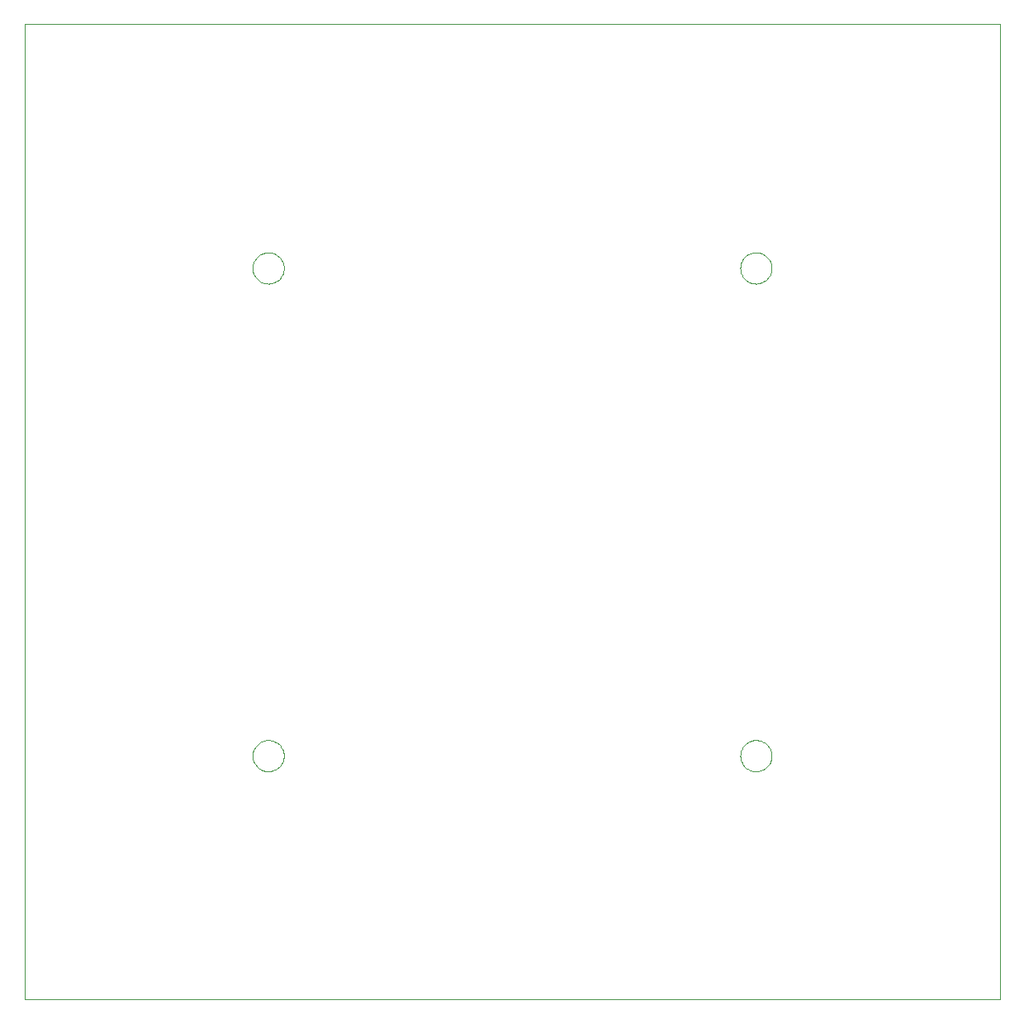
<source format=gm1>
G75*
G70*
%OFA0B0*%
%FSLAX24Y24*%
%IPPOS*%
%LPD*%
%AMOC8*
5,1,8,0,0,1.08239X$1,22.5*
%
%ADD10C,0.0000*%
D10*
X000100Y000100D02*
X000100Y039470D01*
X039470Y039470D01*
X039470Y000100D01*
X000100Y000100D01*
X009313Y009943D02*
X009315Y009993D01*
X009321Y010043D01*
X009331Y010092D01*
X009345Y010140D01*
X009362Y010187D01*
X009383Y010232D01*
X009408Y010276D01*
X009436Y010317D01*
X009468Y010356D01*
X009502Y010393D01*
X009539Y010427D01*
X009579Y010457D01*
X009621Y010484D01*
X009665Y010508D01*
X009711Y010529D01*
X009758Y010545D01*
X009806Y010558D01*
X009856Y010567D01*
X009905Y010572D01*
X009956Y010573D01*
X010006Y010570D01*
X010055Y010563D01*
X010104Y010552D01*
X010152Y010537D01*
X010198Y010519D01*
X010243Y010497D01*
X010286Y010471D01*
X010327Y010442D01*
X010366Y010410D01*
X010402Y010375D01*
X010434Y010337D01*
X010464Y010297D01*
X010491Y010254D01*
X010514Y010210D01*
X010533Y010164D01*
X010549Y010116D01*
X010561Y010067D01*
X010569Y010018D01*
X010573Y009968D01*
X010573Y009918D01*
X010569Y009868D01*
X010561Y009819D01*
X010549Y009770D01*
X010533Y009722D01*
X010514Y009676D01*
X010491Y009632D01*
X010464Y009589D01*
X010434Y009549D01*
X010402Y009511D01*
X010366Y009476D01*
X010327Y009444D01*
X010286Y009415D01*
X010243Y009389D01*
X010198Y009367D01*
X010152Y009349D01*
X010104Y009334D01*
X010055Y009323D01*
X010006Y009316D01*
X009956Y009313D01*
X009905Y009314D01*
X009856Y009319D01*
X009806Y009328D01*
X009758Y009341D01*
X009711Y009357D01*
X009665Y009378D01*
X009621Y009402D01*
X009579Y009429D01*
X009539Y009459D01*
X009502Y009493D01*
X009468Y009530D01*
X009436Y009569D01*
X009408Y009610D01*
X009383Y009654D01*
X009362Y009699D01*
X009345Y009746D01*
X009331Y009794D01*
X009321Y009843D01*
X009315Y009893D01*
X009313Y009943D01*
X009313Y029628D02*
X009315Y029678D01*
X009321Y029728D01*
X009331Y029777D01*
X009345Y029825D01*
X009362Y029872D01*
X009383Y029917D01*
X009408Y029961D01*
X009436Y030002D01*
X009468Y030041D01*
X009502Y030078D01*
X009539Y030112D01*
X009579Y030142D01*
X009621Y030169D01*
X009665Y030193D01*
X009711Y030214D01*
X009758Y030230D01*
X009806Y030243D01*
X009856Y030252D01*
X009905Y030257D01*
X009956Y030258D01*
X010006Y030255D01*
X010055Y030248D01*
X010104Y030237D01*
X010152Y030222D01*
X010198Y030204D01*
X010243Y030182D01*
X010286Y030156D01*
X010327Y030127D01*
X010366Y030095D01*
X010402Y030060D01*
X010434Y030022D01*
X010464Y029982D01*
X010491Y029939D01*
X010514Y029895D01*
X010533Y029849D01*
X010549Y029801D01*
X010561Y029752D01*
X010569Y029703D01*
X010573Y029653D01*
X010573Y029603D01*
X010569Y029553D01*
X010561Y029504D01*
X010549Y029455D01*
X010533Y029407D01*
X010514Y029361D01*
X010491Y029317D01*
X010464Y029274D01*
X010434Y029234D01*
X010402Y029196D01*
X010366Y029161D01*
X010327Y029129D01*
X010286Y029100D01*
X010243Y029074D01*
X010198Y029052D01*
X010152Y029034D01*
X010104Y029019D01*
X010055Y029008D01*
X010006Y029001D01*
X009956Y028998D01*
X009905Y028999D01*
X009856Y029004D01*
X009806Y029013D01*
X009758Y029026D01*
X009711Y029042D01*
X009665Y029063D01*
X009621Y029087D01*
X009579Y029114D01*
X009539Y029144D01*
X009502Y029178D01*
X009468Y029215D01*
X009436Y029254D01*
X009408Y029295D01*
X009383Y029339D01*
X009362Y029384D01*
X009345Y029431D01*
X009331Y029479D01*
X009321Y029528D01*
X009315Y029578D01*
X009313Y029628D01*
X028998Y029628D02*
X029000Y029678D01*
X029006Y029728D01*
X029016Y029777D01*
X029030Y029825D01*
X029047Y029872D01*
X029068Y029917D01*
X029093Y029961D01*
X029121Y030002D01*
X029153Y030041D01*
X029187Y030078D01*
X029224Y030112D01*
X029264Y030142D01*
X029306Y030169D01*
X029350Y030193D01*
X029396Y030214D01*
X029443Y030230D01*
X029491Y030243D01*
X029541Y030252D01*
X029590Y030257D01*
X029641Y030258D01*
X029691Y030255D01*
X029740Y030248D01*
X029789Y030237D01*
X029837Y030222D01*
X029883Y030204D01*
X029928Y030182D01*
X029971Y030156D01*
X030012Y030127D01*
X030051Y030095D01*
X030087Y030060D01*
X030119Y030022D01*
X030149Y029982D01*
X030176Y029939D01*
X030199Y029895D01*
X030218Y029849D01*
X030234Y029801D01*
X030246Y029752D01*
X030254Y029703D01*
X030258Y029653D01*
X030258Y029603D01*
X030254Y029553D01*
X030246Y029504D01*
X030234Y029455D01*
X030218Y029407D01*
X030199Y029361D01*
X030176Y029317D01*
X030149Y029274D01*
X030119Y029234D01*
X030087Y029196D01*
X030051Y029161D01*
X030012Y029129D01*
X029971Y029100D01*
X029928Y029074D01*
X029883Y029052D01*
X029837Y029034D01*
X029789Y029019D01*
X029740Y029008D01*
X029691Y029001D01*
X029641Y028998D01*
X029590Y028999D01*
X029541Y029004D01*
X029491Y029013D01*
X029443Y029026D01*
X029396Y029042D01*
X029350Y029063D01*
X029306Y029087D01*
X029264Y029114D01*
X029224Y029144D01*
X029187Y029178D01*
X029153Y029215D01*
X029121Y029254D01*
X029093Y029295D01*
X029068Y029339D01*
X029047Y029384D01*
X029030Y029431D01*
X029016Y029479D01*
X029006Y029528D01*
X029000Y029578D01*
X028998Y029628D01*
X028998Y009943D02*
X029000Y009993D01*
X029006Y010043D01*
X029016Y010092D01*
X029030Y010140D01*
X029047Y010187D01*
X029068Y010232D01*
X029093Y010276D01*
X029121Y010317D01*
X029153Y010356D01*
X029187Y010393D01*
X029224Y010427D01*
X029264Y010457D01*
X029306Y010484D01*
X029350Y010508D01*
X029396Y010529D01*
X029443Y010545D01*
X029491Y010558D01*
X029541Y010567D01*
X029590Y010572D01*
X029641Y010573D01*
X029691Y010570D01*
X029740Y010563D01*
X029789Y010552D01*
X029837Y010537D01*
X029883Y010519D01*
X029928Y010497D01*
X029971Y010471D01*
X030012Y010442D01*
X030051Y010410D01*
X030087Y010375D01*
X030119Y010337D01*
X030149Y010297D01*
X030176Y010254D01*
X030199Y010210D01*
X030218Y010164D01*
X030234Y010116D01*
X030246Y010067D01*
X030254Y010018D01*
X030258Y009968D01*
X030258Y009918D01*
X030254Y009868D01*
X030246Y009819D01*
X030234Y009770D01*
X030218Y009722D01*
X030199Y009676D01*
X030176Y009632D01*
X030149Y009589D01*
X030119Y009549D01*
X030087Y009511D01*
X030051Y009476D01*
X030012Y009444D01*
X029971Y009415D01*
X029928Y009389D01*
X029883Y009367D01*
X029837Y009349D01*
X029789Y009334D01*
X029740Y009323D01*
X029691Y009316D01*
X029641Y009313D01*
X029590Y009314D01*
X029541Y009319D01*
X029491Y009328D01*
X029443Y009341D01*
X029396Y009357D01*
X029350Y009378D01*
X029306Y009402D01*
X029264Y009429D01*
X029224Y009459D01*
X029187Y009493D01*
X029153Y009530D01*
X029121Y009569D01*
X029093Y009610D01*
X029068Y009654D01*
X029047Y009699D01*
X029030Y009746D01*
X029016Y009794D01*
X029006Y009843D01*
X029000Y009893D01*
X028998Y009943D01*
M02*

</source>
